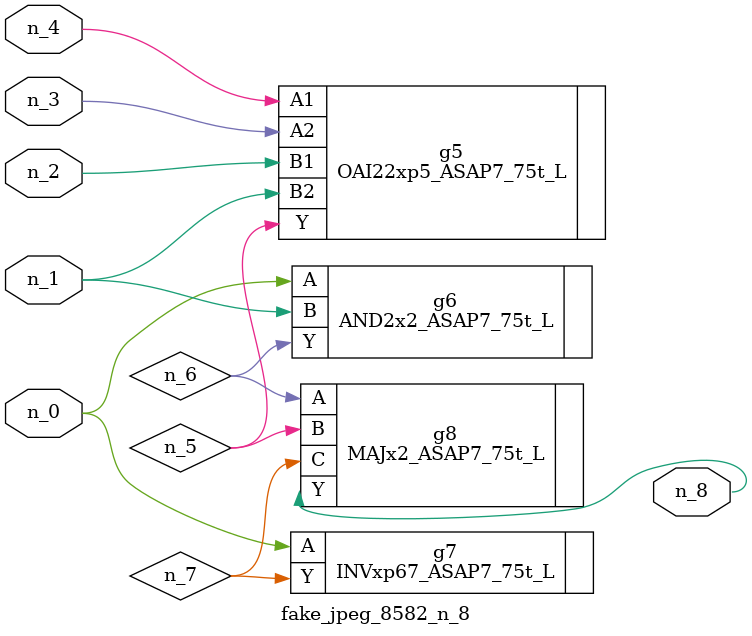
<source format=v>
module fake_jpeg_8582_n_8 (n_3, n_2, n_1, n_0, n_4, n_8);

input n_3;
input n_2;
input n_1;
input n_0;
input n_4;

output n_8;

wire n_6;
wire n_5;
wire n_7;

OAI22xp5_ASAP7_75t_L g5 ( 
.A1(n_4),
.A2(n_3),
.B1(n_2),
.B2(n_1),
.Y(n_5)
);

AND2x2_ASAP7_75t_L g6 ( 
.A(n_0),
.B(n_1),
.Y(n_6)
);

INVxp67_ASAP7_75t_L g7 ( 
.A(n_0),
.Y(n_7)
);

MAJx2_ASAP7_75t_L g8 ( 
.A(n_6),
.B(n_5),
.C(n_7),
.Y(n_8)
);


endmodule
</source>
